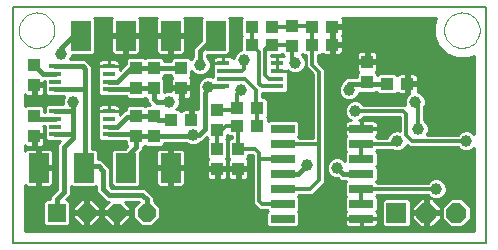
<source format=gtl>
G75*
G70*
%OFA0B0*%
%FSLAX24Y24*%
%IPPOS*%
%LPD*%
%AMOC8*
5,1,8,0,0,1.08239X$1,22.5*
%
%ADD10C,0.0080*%
%ADD11C,0.0000*%
%ADD12R,0.0433X0.0157*%
%ADD13R,0.0800X0.0260*%
%ADD14R,0.0394X0.0433*%
%ADD15R,0.0669X0.0984*%
%ADD16R,0.0433X0.0394*%
%ADD17R,0.0660X0.0660*%
%ADD18OC8,0.0660*%
%ADD19R,0.0594X0.0594*%
%ADD20OC8,0.0594*%
%ADD21C,0.0100*%
%ADD22C,0.0396*%
%ADD23C,0.0160*%
%ADD24C,0.0120*%
D10*
X004890Y003078D02*
X004890Y010952D01*
X020638Y010952D01*
X020638Y003078D01*
X004890Y003078D01*
D11*
X005086Y010165D02*
X005088Y010213D01*
X005094Y010261D01*
X005104Y010308D01*
X005117Y010354D01*
X005135Y010399D01*
X005155Y010443D01*
X005180Y010485D01*
X005208Y010524D01*
X005238Y010561D01*
X005272Y010595D01*
X005309Y010627D01*
X005347Y010656D01*
X005388Y010681D01*
X005431Y010703D01*
X005476Y010721D01*
X005522Y010735D01*
X005569Y010746D01*
X005617Y010753D01*
X005665Y010756D01*
X005713Y010755D01*
X005761Y010750D01*
X005809Y010741D01*
X005855Y010729D01*
X005900Y010712D01*
X005944Y010692D01*
X005986Y010669D01*
X006026Y010642D01*
X006064Y010612D01*
X006099Y010579D01*
X006131Y010543D01*
X006161Y010505D01*
X006187Y010464D01*
X006209Y010421D01*
X006229Y010377D01*
X006244Y010332D01*
X006256Y010285D01*
X006264Y010237D01*
X006268Y010189D01*
X006268Y010141D01*
X006264Y010093D01*
X006256Y010045D01*
X006244Y009998D01*
X006229Y009953D01*
X006209Y009909D01*
X006187Y009866D01*
X006161Y009825D01*
X006131Y009787D01*
X006099Y009751D01*
X006064Y009718D01*
X006026Y009688D01*
X005986Y009661D01*
X005944Y009638D01*
X005900Y009618D01*
X005855Y009601D01*
X005809Y009589D01*
X005761Y009580D01*
X005713Y009575D01*
X005665Y009574D01*
X005617Y009577D01*
X005569Y009584D01*
X005522Y009595D01*
X005476Y009609D01*
X005431Y009627D01*
X005388Y009649D01*
X005347Y009674D01*
X005309Y009703D01*
X005272Y009735D01*
X005238Y009769D01*
X005208Y009806D01*
X005180Y009845D01*
X005155Y009887D01*
X005135Y009931D01*
X005117Y009976D01*
X005104Y010022D01*
X005094Y010069D01*
X005088Y010117D01*
X005086Y010165D01*
X019260Y010165D02*
X019262Y010213D01*
X019268Y010261D01*
X019278Y010308D01*
X019291Y010354D01*
X019309Y010399D01*
X019329Y010443D01*
X019354Y010485D01*
X019382Y010524D01*
X019412Y010561D01*
X019446Y010595D01*
X019483Y010627D01*
X019521Y010656D01*
X019562Y010681D01*
X019605Y010703D01*
X019650Y010721D01*
X019696Y010735D01*
X019743Y010746D01*
X019791Y010753D01*
X019839Y010756D01*
X019887Y010755D01*
X019935Y010750D01*
X019983Y010741D01*
X020029Y010729D01*
X020074Y010712D01*
X020118Y010692D01*
X020160Y010669D01*
X020200Y010642D01*
X020238Y010612D01*
X020273Y010579D01*
X020305Y010543D01*
X020335Y010505D01*
X020361Y010464D01*
X020383Y010421D01*
X020403Y010377D01*
X020418Y010332D01*
X020430Y010285D01*
X020438Y010237D01*
X020442Y010189D01*
X020442Y010141D01*
X020438Y010093D01*
X020430Y010045D01*
X020418Y009998D01*
X020403Y009953D01*
X020383Y009909D01*
X020361Y009866D01*
X020335Y009825D01*
X020305Y009787D01*
X020273Y009751D01*
X020238Y009718D01*
X020200Y009688D01*
X020160Y009661D01*
X020118Y009638D01*
X020074Y009618D01*
X020029Y009601D01*
X019983Y009589D01*
X019935Y009580D01*
X019887Y009575D01*
X019839Y009574D01*
X019791Y009577D01*
X019743Y009584D01*
X019696Y009595D01*
X019650Y009609D01*
X019605Y009627D01*
X019562Y009649D01*
X019521Y009674D01*
X019483Y009703D01*
X019446Y009735D01*
X019412Y009769D01*
X019382Y009806D01*
X019354Y009845D01*
X019329Y009887D01*
X019309Y009931D01*
X019291Y009976D01*
X019278Y010022D01*
X019268Y010069D01*
X019262Y010117D01*
X019260Y010165D01*
D12*
X013676Y009062D03*
X013676Y008806D03*
X013676Y008550D03*
X013676Y008294D03*
X011904Y008294D03*
X011904Y008550D03*
X011904Y008806D03*
X011904Y009062D03*
X008076Y008962D03*
X008076Y008706D03*
X008076Y008450D03*
X008076Y008194D03*
X008076Y007462D03*
X008076Y007206D03*
X008076Y006950D03*
X008076Y006694D03*
X006304Y006694D03*
X006304Y006950D03*
X006304Y007206D03*
X006304Y007462D03*
X006304Y008194D03*
X006304Y008450D03*
X006304Y008706D03*
X006304Y008962D03*
D13*
X013885Y006878D03*
X013885Y006378D03*
X013885Y005878D03*
X013885Y005378D03*
X013885Y004878D03*
X013885Y004378D03*
X013885Y003878D03*
X016495Y003878D03*
X016495Y004378D03*
X016495Y004878D03*
X016495Y005378D03*
X016495Y005878D03*
X016495Y006378D03*
X016495Y006878D03*
D14*
X016690Y008444D03*
X016690Y009113D03*
X014190Y009644D03*
X014190Y010313D03*
X010490Y008913D03*
X009590Y008913D03*
X008990Y008913D03*
X008990Y008244D03*
X009590Y008244D03*
X010490Y008244D03*
X011690Y007513D03*
X011690Y006844D03*
X011690Y006213D03*
X012390Y006213D03*
X012390Y005544D03*
X011690Y005544D03*
X009590Y006644D03*
X008990Y006644D03*
X008990Y007313D03*
X009590Y007313D03*
X005590Y007313D03*
X005590Y006644D03*
X005590Y008344D03*
X005590Y009013D03*
D15*
X007142Y009978D03*
X008638Y009978D03*
X010142Y009978D03*
X011638Y009978D03*
X010138Y005578D03*
X008642Y005578D03*
X007238Y005578D03*
X005742Y005578D03*
D16*
X010155Y007178D03*
X010825Y007178D03*
X012355Y006978D03*
X013025Y006978D03*
X013025Y007578D03*
X012355Y007578D03*
X012855Y009678D03*
X013525Y009678D03*
X013525Y010278D03*
X012855Y010278D03*
X014855Y010278D03*
X015525Y010278D03*
X015525Y009678D03*
X014855Y009678D03*
X017355Y008378D03*
X018025Y008378D03*
D17*
X017670Y004078D03*
D18*
X018670Y004078D03*
X019670Y004078D03*
D19*
X006343Y004078D03*
D20*
X007343Y004078D03*
X008343Y004078D03*
X009343Y004078D03*
D21*
X009664Y003768D02*
X013335Y003768D01*
X013335Y003686D02*
X013423Y003598D01*
X014347Y003598D01*
X014435Y003686D01*
X014435Y004070D01*
X014377Y004128D01*
X014435Y004186D01*
X014435Y004570D01*
X014377Y004628D01*
X014417Y004668D01*
X014877Y004668D01*
X015177Y004968D01*
X015300Y005091D01*
X015300Y008865D01*
X015065Y009100D01*
X015065Y009331D01*
X015134Y009331D01*
X015190Y009387D01*
X015216Y009361D01*
X015250Y009342D01*
X015288Y009331D01*
X015476Y009331D01*
X015476Y009630D01*
X015573Y009630D01*
X015573Y009331D01*
X015761Y009331D01*
X015799Y009342D01*
X015833Y009361D01*
X015861Y009389D01*
X015881Y009424D01*
X015891Y009462D01*
X015891Y009630D01*
X015573Y009630D01*
X015573Y009727D01*
X015476Y009727D01*
X015476Y009931D01*
X015476Y010230D01*
X015573Y010230D01*
X015573Y009727D01*
X015891Y009727D01*
X015891Y009895D01*
X015881Y009933D01*
X015861Y009967D01*
X015850Y009978D01*
X015861Y009989D01*
X015881Y010024D01*
X015891Y010062D01*
X015891Y010230D01*
X015573Y010230D01*
X015573Y010327D01*
X015891Y010327D01*
X015891Y010495D01*
X015881Y010533D01*
X015864Y010562D01*
X018997Y010562D01*
X018910Y010352D01*
X018910Y009978D01*
X019053Y009632D01*
X019318Y009368D01*
X019664Y009224D01*
X020038Y009224D01*
X020248Y009312D01*
X020248Y006713D01*
X020187Y006773D01*
X020059Y006826D01*
X019921Y006826D01*
X019793Y006773D01*
X019708Y006688D01*
X018688Y006688D01*
X018738Y006809D01*
X018738Y006948D01*
X018685Y007076D01*
X018600Y007161D01*
X018600Y007617D01*
X018638Y007709D01*
X018638Y007848D01*
X018585Y007976D01*
X018487Y008073D01*
X018378Y008119D01*
X018381Y008124D01*
X018391Y008162D01*
X018391Y008330D01*
X018073Y008330D01*
X018073Y008054D01*
X017995Y007976D01*
X017942Y007848D01*
X017942Y007709D01*
X017951Y007688D01*
X016572Y007688D01*
X016487Y007773D01*
X016359Y007826D01*
X016221Y007826D01*
X016093Y007773D01*
X015995Y007676D01*
X015942Y007548D01*
X015942Y007409D01*
X015995Y007281D01*
X016093Y007183D01*
X016153Y007158D01*
X016075Y007158D01*
X016037Y007148D01*
X016003Y007128D01*
X015975Y007100D01*
X015955Y007066D01*
X015945Y007028D01*
X015945Y006893D01*
X016480Y006893D01*
X016480Y006863D01*
X015945Y006863D01*
X015945Y006729D01*
X015955Y006690D01*
X015975Y006656D01*
X016003Y006628D01*
X015945Y006570D01*
X015945Y006186D01*
X016003Y006128D01*
X015945Y006070D01*
X015945Y005816D01*
X015887Y005873D01*
X015759Y005926D01*
X015621Y005926D01*
X015493Y005873D01*
X015395Y005776D01*
X015342Y005648D01*
X015342Y005509D01*
X015395Y005381D01*
X015493Y005283D01*
X015621Y005230D01*
X015713Y005230D01*
X015795Y005148D01*
X015983Y005148D01*
X016003Y005128D01*
X015945Y005070D01*
X015945Y004686D01*
X016003Y004628D01*
X015945Y004570D01*
X015945Y004186D01*
X016003Y004128D01*
X015975Y004100D01*
X015955Y004066D01*
X015945Y004028D01*
X015945Y003893D01*
X016480Y003893D01*
X016480Y003863D01*
X016510Y003863D01*
X016510Y003598D01*
X016915Y003598D01*
X016953Y003609D01*
X016987Y003628D01*
X017015Y003656D01*
X017035Y003690D01*
X017045Y003729D01*
X017045Y003863D01*
X016510Y003863D01*
X016510Y003893D01*
X017045Y003893D01*
X017045Y004028D01*
X017035Y004066D01*
X017015Y004100D01*
X016987Y004128D01*
X017045Y004186D01*
X017045Y004570D01*
X016987Y004628D01*
X017027Y004668D01*
X018708Y004668D01*
X018793Y004583D01*
X018853Y004558D01*
X018718Y004558D01*
X018718Y004127D01*
X018621Y004127D01*
X018621Y004558D01*
X018471Y004558D01*
X018190Y004277D01*
X018190Y004127D01*
X018621Y004127D01*
X018621Y004030D01*
X018190Y004030D01*
X018190Y003880D01*
X018471Y003598D01*
X018621Y003598D01*
X018621Y004030D01*
X018718Y004030D01*
X018718Y004127D01*
X019150Y004127D01*
X019150Y004277D01*
X018879Y004547D01*
X018921Y004530D01*
X019059Y004530D01*
X019187Y004583D01*
X019285Y004681D01*
X019338Y004809D01*
X019338Y004948D01*
X019285Y005076D01*
X019187Y005173D01*
X019059Y005226D01*
X018921Y005226D01*
X018793Y005173D01*
X018708Y005088D01*
X017027Y005088D01*
X016987Y005128D01*
X017045Y005186D01*
X017045Y005570D01*
X016987Y005628D01*
X017045Y005686D01*
X017045Y006070D01*
X016987Y006128D01*
X017027Y006168D01*
X017529Y006168D01*
X017621Y006130D01*
X017759Y006130D01*
X017887Y006183D01*
X017985Y006281D01*
X018016Y006355D01*
X018103Y006268D01*
X019708Y006268D01*
X019793Y006183D01*
X019921Y006130D01*
X020059Y006130D01*
X020187Y006183D01*
X020248Y006244D01*
X020248Y003468D01*
X005280Y003468D01*
X005280Y005007D01*
X005287Y004994D01*
X005315Y004966D01*
X005349Y004946D01*
X005388Y004936D01*
X005692Y004936D01*
X005692Y005528D01*
X005792Y005528D01*
X005792Y004936D01*
X006096Y004936D01*
X006135Y004946D01*
X006169Y004966D01*
X006197Y004994D01*
X006216Y005028D01*
X006227Y005066D01*
X006227Y005528D01*
X005792Y005528D01*
X005792Y005628D01*
X006227Y005628D01*
X006227Y006090D01*
X006216Y006128D01*
X006197Y006163D01*
X006169Y006191D01*
X006135Y006210D01*
X006096Y006220D01*
X005792Y006220D01*
X005792Y005628D01*
X005692Y005628D01*
X005692Y006220D01*
X005388Y006220D01*
X005349Y006210D01*
X005315Y006191D01*
X005287Y006163D01*
X005280Y006150D01*
X005280Y006328D01*
X005301Y006307D01*
X005335Y006287D01*
X005373Y006277D01*
X005542Y006277D01*
X005542Y006595D01*
X005638Y006595D01*
X005638Y006277D01*
X005807Y006277D01*
X005845Y006287D01*
X005879Y006307D01*
X005907Y006335D01*
X005927Y006369D01*
X005937Y006407D01*
X005937Y006595D01*
X005638Y006595D01*
X005638Y006692D01*
X005937Y006692D01*
X005937Y006880D01*
X005927Y006918D01*
X005907Y006952D01*
X005883Y006976D01*
X005938Y006976D01*
X005938Y006554D01*
X006026Y006466D01*
X006208Y006466D01*
X006209Y006464D01*
X006451Y006464D01*
X006360Y006374D01*
X006360Y004874D01*
X006113Y004626D01*
X006113Y004525D01*
X005984Y004525D01*
X005896Y004437D01*
X005896Y003719D01*
X005984Y003631D01*
X006702Y003631D01*
X006790Y003719D01*
X006790Y004437D01*
X006702Y004525D01*
X006662Y004525D01*
X006685Y004548D01*
X006820Y004683D01*
X006820Y004957D01*
X006841Y004936D01*
X007635Y004936D01*
X007660Y004961D01*
X007660Y004783D01*
X007860Y004583D01*
X007995Y004448D01*
X008081Y004448D01*
X007896Y004263D01*
X007896Y004127D01*
X008294Y004127D01*
X008294Y004030D01*
X007896Y004030D01*
X007896Y003893D01*
X008158Y003631D01*
X008294Y003631D01*
X008294Y004030D01*
X008391Y004030D01*
X008391Y003631D01*
X008528Y003631D01*
X008790Y003893D01*
X008790Y004030D01*
X008391Y004030D01*
X008391Y004127D01*
X008790Y004127D01*
X008790Y004263D01*
X008605Y004448D01*
X009081Y004448D01*
X008896Y004263D01*
X008896Y003893D01*
X009158Y003631D01*
X009528Y003631D01*
X009790Y003893D01*
X009790Y004263D01*
X009573Y004480D01*
X009573Y004621D01*
X009285Y004908D01*
X008185Y004908D01*
X008120Y004974D01*
X008120Y005574D01*
X007985Y005708D01*
X007833Y005860D01*
X007723Y005860D01*
X007723Y006133D01*
X007635Y006220D01*
X007520Y006220D01*
X007520Y008974D01*
X007385Y009108D01*
X007301Y009192D01*
X006790Y009192D01*
X006838Y009309D01*
X006838Y009336D01*
X007539Y009336D01*
X007627Y009424D01*
X007627Y010533D01*
X007597Y010562D01*
X008183Y010562D01*
X008164Y010528D01*
X008153Y010490D01*
X008153Y010028D01*
X008588Y010028D01*
X008588Y009928D01*
X008688Y009928D01*
X008688Y009336D01*
X008992Y009336D01*
X009031Y009346D01*
X009065Y009366D01*
X009093Y009394D01*
X009112Y009428D01*
X009123Y009466D01*
X009123Y009928D01*
X008688Y009928D01*
X008688Y010028D01*
X009123Y010028D01*
X009123Y010490D01*
X009112Y010528D01*
X009093Y010562D01*
X009687Y010562D01*
X009668Y010528D01*
X009657Y010490D01*
X009657Y010028D01*
X010092Y010028D01*
X010092Y009928D01*
X010192Y009928D01*
X010192Y009336D01*
X010496Y009336D01*
X010535Y009346D01*
X010569Y009366D01*
X010597Y009394D01*
X010616Y009428D01*
X010627Y009466D01*
X010627Y009928D01*
X010192Y009928D01*
X010192Y010028D01*
X010627Y010028D01*
X010627Y010490D01*
X010616Y010528D01*
X010597Y010562D01*
X011183Y010562D01*
X011153Y010533D01*
X011153Y009819D01*
X010901Y009566D01*
X010901Y009280D01*
X010835Y009215D01*
X010829Y009199D01*
X010749Y009280D01*
X010231Y009280D01*
X010143Y009192D01*
X010143Y009143D01*
X009937Y009143D01*
X009937Y009192D01*
X009849Y009280D01*
X009331Y009280D01*
X009290Y009239D01*
X009249Y009280D01*
X008731Y009280D01*
X008643Y009192D01*
X008643Y009057D01*
X008440Y008853D01*
X008442Y008864D01*
X008442Y008962D01*
X008076Y008962D01*
X008076Y008962D01*
X008442Y008962D01*
X008442Y009061D01*
X008432Y009099D01*
X008412Y009133D01*
X008384Y009161D01*
X008350Y009181D01*
X008312Y009191D01*
X008076Y009191D01*
X008076Y008962D01*
X007709Y008962D01*
X007709Y008864D01*
X007713Y008851D01*
X007709Y008847D01*
X007709Y008054D01*
X007797Y007966D01*
X007979Y007966D01*
X007981Y007964D01*
X008644Y007964D01*
X008731Y007877D01*
X009249Y007877D01*
X009290Y007918D01*
X009331Y007877D01*
X009360Y007877D01*
X009360Y007783D01*
X009460Y007683D01*
X009464Y007680D01*
X009331Y007680D01*
X009290Y007639D01*
X009249Y007680D01*
X008731Y007680D01*
X008643Y007592D01*
X008643Y007508D01*
X008595Y007508D01*
X008460Y007374D01*
X008440Y007353D01*
X008442Y007364D01*
X008442Y007462D01*
X008076Y007462D01*
X008076Y007462D01*
X008442Y007462D01*
X008442Y007561D01*
X008432Y007599D01*
X008412Y007633D01*
X008384Y007661D01*
X008350Y007681D01*
X008312Y007691D01*
X008076Y007691D01*
X008076Y007462D01*
X007709Y007462D01*
X007709Y007364D01*
X007713Y007351D01*
X007709Y007347D01*
X007709Y006554D01*
X007797Y006466D01*
X007979Y006466D01*
X007981Y006464D01*
X008643Y006464D01*
X008643Y006365D01*
X008697Y006311D01*
X008607Y006220D01*
X008245Y006220D01*
X008157Y006133D01*
X008157Y005024D01*
X008245Y004936D01*
X009039Y004936D01*
X009127Y005024D01*
X009127Y006090D01*
X009220Y006183D01*
X009220Y006277D01*
X009249Y006277D01*
X009290Y006318D01*
X009331Y006277D01*
X009849Y006277D01*
X009937Y006365D01*
X009937Y006414D01*
X010662Y006414D01*
X010693Y006383D01*
X010821Y006330D01*
X010959Y006330D01*
X011087Y006383D01*
X011152Y006448D01*
X011185Y006448D01*
X011320Y006583D01*
X011343Y006606D01*
X011343Y006565D01*
X011380Y006528D01*
X011343Y006492D01*
X011343Y005934D01*
X011399Y005878D01*
X011373Y005852D01*
X011353Y005818D01*
X011343Y005780D01*
X011343Y005592D01*
X011642Y005592D01*
X011642Y005495D01*
X011738Y005495D01*
X011738Y005177D01*
X011907Y005177D01*
X011945Y005187D01*
X011979Y005207D01*
X012007Y005235D01*
X012027Y005269D01*
X012037Y005307D01*
X012037Y005495D01*
X011738Y005495D01*
X011738Y005592D01*
X012037Y005592D01*
X012037Y005780D01*
X012027Y005818D01*
X012007Y005852D01*
X011981Y005878D01*
X012037Y005934D01*
X012037Y006492D01*
X012000Y006528D01*
X012037Y006565D01*
X012037Y006671D01*
X012077Y006631D01*
X012180Y006631D01*
X012180Y006580D01*
X012131Y006580D01*
X012043Y006492D01*
X012043Y005934D01*
X012099Y005878D01*
X012073Y005852D01*
X012053Y005818D01*
X012043Y005780D01*
X012043Y005592D01*
X012342Y005592D01*
X012342Y005495D01*
X012438Y005495D01*
X012438Y005177D01*
X012607Y005177D01*
X012645Y005187D01*
X012679Y005207D01*
X012707Y005235D01*
X012727Y005269D01*
X012737Y005307D01*
X012737Y005495D01*
X012438Y005495D01*
X012438Y005592D01*
X012737Y005592D01*
X012737Y005780D01*
X012727Y005818D01*
X012707Y005852D01*
X012681Y005878D01*
X012737Y005934D01*
X012737Y006003D01*
X012868Y006003D01*
X012880Y005991D01*
X012880Y004391D01*
X013003Y004268D01*
X013103Y004168D01*
X013353Y004168D01*
X013393Y004128D01*
X013335Y004070D01*
X013335Y003686D01*
X013352Y003669D02*
X009566Y003669D01*
X009763Y003866D02*
X013335Y003866D01*
X013335Y003965D02*
X009790Y003965D01*
X009790Y004063D02*
X013335Y004063D01*
X013359Y004162D02*
X009790Y004162D01*
X009790Y004260D02*
X013011Y004260D01*
X012913Y004359D02*
X009694Y004359D01*
X009596Y004457D02*
X012880Y004457D01*
X012880Y004556D02*
X009573Y004556D01*
X009539Y004654D02*
X012880Y004654D01*
X012880Y004753D02*
X009441Y004753D01*
X009342Y004851D02*
X012880Y004851D01*
X012880Y004950D02*
X010537Y004950D01*
X010531Y004946D02*
X010565Y004966D01*
X010593Y004994D01*
X010612Y005028D01*
X010623Y005066D01*
X010623Y005528D01*
X010188Y005528D01*
X010188Y004936D01*
X010492Y004936D01*
X010531Y004946D01*
X010618Y005048D02*
X012880Y005048D01*
X012880Y005147D02*
X010623Y005147D01*
X010623Y005245D02*
X011367Y005245D01*
X011373Y005235D02*
X011401Y005207D01*
X011435Y005187D01*
X011473Y005177D01*
X011642Y005177D01*
X011642Y005495D01*
X011343Y005495D01*
X011343Y005307D01*
X011353Y005269D01*
X011373Y005235D01*
X011343Y005344D02*
X010623Y005344D01*
X010623Y005442D02*
X011343Y005442D01*
X011343Y005639D02*
X010623Y005639D01*
X010623Y005628D02*
X010623Y006090D01*
X010612Y006128D01*
X010593Y006163D01*
X010565Y006191D01*
X010531Y006210D01*
X010492Y006220D01*
X010188Y006220D01*
X010188Y005628D01*
X010623Y005628D01*
X010623Y005738D02*
X011343Y005738D01*
X011364Y005836D02*
X010623Y005836D01*
X010623Y005935D02*
X011343Y005935D01*
X011343Y006033D02*
X010623Y006033D01*
X010610Y006132D02*
X011343Y006132D01*
X011343Y006230D02*
X009220Y006230D01*
X009169Y006132D02*
X009666Y006132D01*
X009664Y006128D02*
X009653Y006090D01*
X009653Y005628D01*
X010088Y005628D01*
X010088Y005528D01*
X010188Y005528D01*
X010188Y005628D01*
X010088Y005628D01*
X010088Y006220D01*
X009784Y006220D01*
X009746Y006210D01*
X009711Y006191D01*
X009683Y006163D01*
X009664Y006128D01*
X009653Y006033D02*
X009127Y006033D01*
X009127Y005935D02*
X009653Y005935D01*
X009653Y005836D02*
X009127Y005836D01*
X009127Y005738D02*
X009653Y005738D01*
X009653Y005639D02*
X009127Y005639D01*
X009127Y005541D02*
X010088Y005541D01*
X010088Y005528D02*
X009653Y005528D01*
X009653Y005066D01*
X009664Y005028D01*
X009683Y004994D01*
X009711Y004966D01*
X009746Y004946D01*
X009784Y004936D01*
X010088Y004936D01*
X010088Y005528D01*
X010088Y005442D02*
X010188Y005442D01*
X010188Y005344D02*
X010088Y005344D01*
X010088Y005245D02*
X010188Y005245D01*
X010188Y005147D02*
X010088Y005147D01*
X010088Y005048D02*
X010188Y005048D01*
X010188Y004950D02*
X010088Y004950D01*
X009740Y004950D02*
X009052Y004950D01*
X009127Y005048D02*
X009658Y005048D01*
X009653Y005147D02*
X009127Y005147D01*
X009127Y005245D02*
X009653Y005245D01*
X009653Y005344D02*
X009127Y005344D01*
X009127Y005442D02*
X009653Y005442D01*
X010088Y005639D02*
X010188Y005639D01*
X010188Y005541D02*
X011642Y005541D01*
X011738Y005541D02*
X012342Y005541D01*
X012342Y005495D02*
X012043Y005495D01*
X012043Y005307D01*
X012053Y005269D01*
X012073Y005235D01*
X012101Y005207D01*
X012135Y005187D01*
X012173Y005177D01*
X012342Y005177D01*
X012342Y005495D01*
X012342Y005442D02*
X012438Y005442D01*
X012438Y005344D02*
X012342Y005344D01*
X012342Y005245D02*
X012438Y005245D01*
X012067Y005245D02*
X012013Y005245D01*
X012037Y005344D02*
X012043Y005344D01*
X012037Y005442D02*
X012043Y005442D01*
X012037Y005639D02*
X012043Y005639D01*
X012037Y005738D02*
X012043Y005738D01*
X012064Y005836D02*
X012016Y005836D01*
X012037Y005935D02*
X012043Y005935D01*
X012037Y006033D02*
X012043Y006033D01*
X012037Y006132D02*
X012043Y006132D01*
X012037Y006230D02*
X012043Y006230D01*
X012037Y006329D02*
X012043Y006329D01*
X012037Y006427D02*
X012043Y006427D01*
X012077Y006526D02*
X012003Y006526D01*
X012037Y006624D02*
X012180Y006624D01*
X011377Y006526D02*
X011263Y006526D01*
X011343Y006427D02*
X011131Y006427D01*
X011343Y006329D02*
X009901Y006329D01*
X010088Y006132D02*
X010188Y006132D01*
X010188Y006033D02*
X010088Y006033D01*
X010088Y005935D02*
X010188Y005935D01*
X010188Y005836D02*
X010088Y005836D01*
X010088Y005738D02*
X010188Y005738D01*
X011642Y005442D02*
X011738Y005442D01*
X011738Y005344D02*
X011642Y005344D01*
X011642Y005245D02*
X011738Y005245D01*
X012438Y005541D02*
X012880Y005541D01*
X012880Y005639D02*
X012737Y005639D01*
X012737Y005738D02*
X012880Y005738D01*
X012880Y005836D02*
X012716Y005836D01*
X012737Y005935D02*
X012880Y005935D01*
X012880Y005442D02*
X012737Y005442D01*
X012737Y005344D02*
X012880Y005344D01*
X012880Y005245D02*
X012713Y005245D01*
X014403Y004654D02*
X015977Y004654D01*
X015945Y004556D02*
X014435Y004556D01*
X014435Y004457D02*
X015945Y004457D01*
X015945Y004359D02*
X014435Y004359D01*
X014435Y004260D02*
X015945Y004260D01*
X015969Y004162D02*
X014411Y004162D01*
X014435Y004063D02*
X015954Y004063D01*
X015945Y003965D02*
X014435Y003965D01*
X014435Y003866D02*
X016480Y003866D01*
X016480Y003863D02*
X015945Y003863D01*
X015945Y003729D01*
X015955Y003690D01*
X015975Y003656D01*
X016003Y003628D01*
X016037Y003609D01*
X016075Y003598D01*
X016480Y003598D01*
X016480Y003863D01*
X016510Y003866D02*
X017190Y003866D01*
X017190Y003768D02*
X017045Y003768D01*
X017023Y003669D02*
X017206Y003669D01*
X017190Y003686D02*
X017277Y003598D01*
X018062Y003598D01*
X018150Y003686D01*
X018150Y004470D01*
X018062Y004558D01*
X017277Y004558D01*
X017190Y004470D01*
X017190Y003686D01*
X017190Y003965D02*
X017045Y003965D01*
X017036Y004063D02*
X017190Y004063D01*
X017190Y004162D02*
X017021Y004162D01*
X017045Y004260D02*
X017190Y004260D01*
X017190Y004359D02*
X017045Y004359D01*
X017045Y004457D02*
X017190Y004457D01*
X017275Y004556D02*
X017045Y004556D01*
X017013Y004654D02*
X018722Y004654D01*
X018718Y004556D02*
X018621Y004556D01*
X018621Y004457D02*
X018718Y004457D01*
X018718Y004359D02*
X018621Y004359D01*
X018621Y004260D02*
X018718Y004260D01*
X018718Y004162D02*
X018621Y004162D01*
X018621Y004063D02*
X018150Y004063D01*
X018150Y003965D02*
X018190Y003965D01*
X018203Y003866D02*
X018150Y003866D01*
X018150Y003768D02*
X018301Y003768D01*
X018400Y003669D02*
X018133Y003669D01*
X018621Y003669D02*
X018718Y003669D01*
X018718Y003598D02*
X018868Y003598D01*
X019150Y003880D01*
X019150Y004030D01*
X018718Y004030D01*
X018718Y003598D01*
X018718Y003768D02*
X018621Y003768D01*
X018621Y003866D02*
X018718Y003866D01*
X018718Y003965D02*
X018621Y003965D01*
X018718Y004063D02*
X019190Y004063D01*
X019190Y003965D02*
X019150Y003965D01*
X019190Y003880D02*
X019471Y003598D01*
X019868Y003598D01*
X020150Y003880D01*
X020150Y004277D01*
X019868Y004558D01*
X019471Y004558D01*
X019190Y004277D01*
X019190Y003880D01*
X019203Y003866D02*
X019136Y003866D01*
X019038Y003768D02*
X019301Y003768D01*
X019400Y003669D02*
X018939Y003669D01*
X019150Y004162D02*
X019190Y004162D01*
X019190Y004260D02*
X019150Y004260D01*
X019068Y004359D02*
X019271Y004359D01*
X019370Y004457D02*
X018969Y004457D01*
X019121Y004556D02*
X019468Y004556D01*
X019258Y004654D02*
X020248Y004654D01*
X020248Y004556D02*
X019871Y004556D01*
X019969Y004457D02*
X020248Y004457D01*
X020248Y004359D02*
X020068Y004359D01*
X020150Y004260D02*
X020248Y004260D01*
X020248Y004162D02*
X020150Y004162D01*
X020150Y004063D02*
X020248Y004063D01*
X020248Y003965D02*
X020150Y003965D01*
X020136Y003866D02*
X020248Y003866D01*
X020248Y003768D02*
X020038Y003768D01*
X019939Y003669D02*
X020248Y003669D01*
X020248Y003571D02*
X005280Y003571D01*
X005280Y003669D02*
X005946Y003669D01*
X005896Y003768D02*
X005280Y003768D01*
X005280Y003866D02*
X005896Y003866D01*
X005896Y003965D02*
X005280Y003965D01*
X005280Y004063D02*
X005896Y004063D01*
X005896Y004162D02*
X005280Y004162D01*
X005280Y004260D02*
X005896Y004260D01*
X005896Y004359D02*
X005280Y004359D01*
X005280Y004457D02*
X005916Y004457D01*
X006113Y004556D02*
X005280Y004556D01*
X005280Y004654D02*
X006141Y004654D01*
X006239Y004753D02*
X005280Y004753D01*
X005280Y004851D02*
X006338Y004851D01*
X006360Y004950D02*
X006140Y004950D01*
X006222Y005048D02*
X006360Y005048D01*
X006360Y005147D02*
X006227Y005147D01*
X006227Y005245D02*
X006360Y005245D01*
X006360Y005344D02*
X006227Y005344D01*
X006227Y005442D02*
X006360Y005442D01*
X006360Y005541D02*
X005792Y005541D01*
X005792Y005639D02*
X005692Y005639D01*
X005692Y005738D02*
X005792Y005738D01*
X005792Y005836D02*
X005692Y005836D01*
X005692Y005935D02*
X005792Y005935D01*
X005792Y006033D02*
X005692Y006033D01*
X005692Y006132D02*
X005792Y006132D01*
X005901Y006329D02*
X006360Y006329D01*
X006360Y006230D02*
X005280Y006230D01*
X005542Y006329D02*
X005638Y006329D01*
X005638Y006427D02*
X005542Y006427D01*
X005542Y006526D02*
X005638Y006526D01*
X005638Y006624D02*
X005938Y006624D01*
X005937Y006526D02*
X005965Y006526D01*
X005937Y006427D02*
X006414Y006427D01*
X005938Y006723D02*
X005937Y006723D01*
X005937Y006821D02*
X005938Y006821D01*
X005926Y006920D02*
X005938Y006920D01*
X005937Y007436D02*
X005937Y007592D01*
X005849Y007680D01*
X005331Y007680D01*
X005280Y007629D01*
X005280Y008028D01*
X005301Y008007D01*
X005335Y007987D01*
X005373Y007977D01*
X005542Y007977D01*
X005542Y008295D01*
X005638Y008295D01*
X005638Y007977D01*
X005807Y007977D01*
X005845Y007987D01*
X005879Y008007D01*
X005907Y008035D01*
X005927Y008069D01*
X005937Y008107D01*
X005937Y008295D01*
X005638Y008295D01*
X005638Y008392D01*
X005937Y008392D01*
X005937Y008476D01*
X005938Y008476D01*
X005938Y008054D01*
X006026Y007966D01*
X006208Y007966D01*
X006209Y007964D01*
X006590Y007964D01*
X006542Y007848D01*
X006542Y007709D01*
X006549Y007692D01*
X006209Y007692D01*
X006208Y007691D01*
X006026Y007691D01*
X005938Y007603D01*
X005938Y007436D01*
X005937Y007436D01*
X005937Y007511D02*
X005938Y007511D01*
X005944Y007609D02*
X005919Y007609D01*
X006542Y007708D02*
X005280Y007708D01*
X005280Y007806D02*
X006542Y007806D01*
X006566Y007905D02*
X005280Y007905D01*
X005280Y008003D02*
X005308Y008003D01*
X005542Y008003D02*
X005638Y008003D01*
X005638Y008102D02*
X005542Y008102D01*
X005542Y008200D02*
X005638Y008200D01*
X005638Y008299D02*
X005938Y008299D01*
X005937Y008397D02*
X005938Y008397D01*
X005937Y008200D02*
X005938Y008200D01*
X005935Y008102D02*
X005938Y008102D01*
X005988Y008003D02*
X005872Y008003D01*
X007520Y008003D02*
X007760Y008003D01*
X007709Y008102D02*
X007520Y008102D01*
X007520Y008200D02*
X007709Y008200D01*
X007709Y008299D02*
X007520Y008299D01*
X007520Y008397D02*
X007709Y008397D01*
X007709Y008496D02*
X007520Y008496D01*
X007520Y008594D02*
X007709Y008594D01*
X007709Y008693D02*
X007520Y008693D01*
X007520Y008791D02*
X007709Y008791D01*
X007709Y008890D02*
X007520Y008890D01*
X007505Y008988D02*
X007709Y008988D01*
X007709Y008962D02*
X008076Y008962D01*
X008076Y008962D01*
X008076Y008962D01*
X008076Y009191D01*
X007840Y009191D01*
X007801Y009181D01*
X007767Y009161D01*
X007739Y009133D01*
X007720Y009099D01*
X007709Y009061D01*
X007709Y008962D01*
X007716Y009087D02*
X007407Y009087D01*
X007308Y009185D02*
X007819Y009185D01*
X008076Y009185D02*
X008076Y009185D01*
X008076Y009087D02*
X008076Y009087D01*
X008076Y008988D02*
X008076Y008988D01*
X008442Y008988D02*
X008575Y008988D01*
X008643Y009087D02*
X008435Y009087D01*
X008333Y009185D02*
X008643Y009185D01*
X008588Y009336D02*
X008284Y009336D01*
X008246Y009346D01*
X008211Y009366D01*
X008183Y009394D01*
X008164Y009428D01*
X008153Y009466D01*
X008153Y009928D01*
X008588Y009928D01*
X008588Y009336D01*
X008588Y009382D02*
X008688Y009382D01*
X008688Y009481D02*
X008588Y009481D01*
X008588Y009579D02*
X008688Y009579D01*
X008688Y009678D02*
X008588Y009678D01*
X008588Y009776D02*
X008688Y009776D01*
X008688Y009875D02*
X008588Y009875D01*
X008588Y009973D02*
X007627Y009973D01*
X007627Y009875D02*
X008153Y009875D01*
X008153Y009776D02*
X007627Y009776D01*
X007627Y009678D02*
X008153Y009678D01*
X008153Y009579D02*
X007627Y009579D01*
X007627Y009481D02*
X008153Y009481D01*
X008195Y009382D02*
X007585Y009382D01*
X006828Y009284D02*
X010901Y009284D01*
X010901Y009382D02*
X010585Y009382D01*
X010627Y009481D02*
X010901Y009481D01*
X010914Y009579D02*
X010627Y009579D01*
X010627Y009678D02*
X011012Y009678D01*
X011111Y009776D02*
X010627Y009776D01*
X010627Y009875D02*
X011153Y009875D01*
X011153Y009973D02*
X010192Y009973D01*
X010192Y009875D02*
X010092Y009875D01*
X010092Y009928D02*
X010092Y009336D01*
X009788Y009336D01*
X009749Y009346D01*
X009715Y009366D01*
X009687Y009394D01*
X009668Y009428D01*
X009657Y009466D01*
X009657Y009928D01*
X010092Y009928D01*
X010092Y009973D02*
X008688Y009973D01*
X009123Y009875D02*
X009657Y009875D01*
X009657Y009776D02*
X009123Y009776D01*
X009123Y009678D02*
X009657Y009678D01*
X009657Y009579D02*
X009123Y009579D01*
X009123Y009481D02*
X009657Y009481D01*
X009699Y009382D02*
X009081Y009382D01*
X008476Y008890D02*
X008442Y008890D01*
X008703Y007905D02*
X007520Y007905D01*
X007520Y007806D02*
X009360Y007806D01*
X009303Y007905D02*
X009277Y007905D01*
X009435Y007708D02*
X007520Y007708D01*
X007520Y007609D02*
X007726Y007609D01*
X007720Y007599D02*
X007709Y007561D01*
X007709Y007462D01*
X008076Y007462D01*
X008076Y007462D01*
X008076Y007462D01*
X008076Y007691D01*
X007840Y007691D01*
X007801Y007681D01*
X007767Y007661D01*
X007739Y007633D01*
X007720Y007599D01*
X007709Y007511D02*
X007520Y007511D01*
X007520Y007412D02*
X007709Y007412D01*
X007709Y007314D02*
X007520Y007314D01*
X007520Y007215D02*
X007709Y007215D01*
X007709Y007117D02*
X007520Y007117D01*
X007520Y007018D02*
X007709Y007018D01*
X007709Y006920D02*
X007520Y006920D01*
X007520Y006821D02*
X007709Y006821D01*
X007709Y006723D02*
X007520Y006723D01*
X007520Y006624D02*
X007709Y006624D01*
X007737Y006526D02*
X007520Y006526D01*
X007520Y006427D02*
X008643Y006427D01*
X008679Y006329D02*
X007520Y006329D01*
X007520Y006230D02*
X008617Y006230D01*
X008157Y006132D02*
X007723Y006132D01*
X007723Y006033D02*
X008157Y006033D01*
X008157Y005935D02*
X007723Y005935D01*
X007857Y005836D02*
X008157Y005836D01*
X008157Y005738D02*
X007956Y005738D01*
X008054Y005639D02*
X008157Y005639D01*
X008157Y005541D02*
X008120Y005541D01*
X008120Y005442D02*
X008157Y005442D01*
X008157Y005344D02*
X008120Y005344D01*
X008120Y005245D02*
X008157Y005245D01*
X008157Y005147D02*
X008120Y005147D01*
X008120Y005048D02*
X008157Y005048D01*
X008144Y004950D02*
X008232Y004950D01*
X007789Y004654D02*
X006791Y004654D01*
X006820Y004753D02*
X007690Y004753D01*
X007660Y004851D02*
X006820Y004851D01*
X006820Y004950D02*
X006828Y004950D01*
X006693Y004556D02*
X007887Y004556D01*
X007986Y004457D02*
X007596Y004457D01*
X007528Y004525D02*
X007391Y004525D01*
X007391Y004127D01*
X007294Y004127D01*
X007294Y004030D01*
X006896Y004030D01*
X006896Y003893D01*
X007158Y003631D01*
X007294Y003631D01*
X007294Y004030D01*
X007391Y004030D01*
X007391Y003631D01*
X007528Y003631D01*
X007790Y003893D01*
X007790Y004030D01*
X007391Y004030D01*
X007391Y004127D01*
X007790Y004127D01*
X007790Y004263D01*
X007528Y004525D01*
X007391Y004457D02*
X007294Y004457D01*
X007294Y004525D02*
X007158Y004525D01*
X006896Y004263D01*
X006896Y004127D01*
X007294Y004127D01*
X007294Y004525D01*
X007294Y004359D02*
X007391Y004359D01*
X007391Y004260D02*
X007294Y004260D01*
X007294Y004162D02*
X007391Y004162D01*
X007391Y004063D02*
X008294Y004063D01*
X008391Y004063D02*
X008896Y004063D01*
X008896Y003965D02*
X008790Y003965D01*
X008763Y003866D02*
X008923Y003866D01*
X009021Y003768D02*
X008664Y003768D01*
X008566Y003669D02*
X009120Y003669D01*
X008391Y003669D02*
X008294Y003669D01*
X008294Y003768D02*
X008391Y003768D01*
X008391Y003866D02*
X008294Y003866D01*
X008294Y003965D02*
X008391Y003965D01*
X008021Y003768D02*
X007664Y003768D01*
X007566Y003669D02*
X008120Y003669D01*
X007923Y003866D02*
X007763Y003866D01*
X007790Y003965D02*
X007896Y003965D01*
X007896Y004162D02*
X007790Y004162D01*
X007790Y004260D02*
X007896Y004260D01*
X007991Y004359D02*
X007694Y004359D01*
X007294Y004063D02*
X006790Y004063D01*
X006790Y003965D02*
X006896Y003965D01*
X006923Y003866D02*
X006790Y003866D01*
X006790Y003768D02*
X007021Y003768D01*
X007120Y003669D02*
X006740Y003669D01*
X007294Y003669D02*
X007391Y003669D01*
X007391Y003768D02*
X007294Y003768D01*
X007294Y003866D02*
X007391Y003866D01*
X007391Y003965D02*
X007294Y003965D01*
X006896Y004162D02*
X006790Y004162D01*
X006790Y004260D02*
X006896Y004260D01*
X006991Y004359D02*
X006790Y004359D01*
X006770Y004457D02*
X007090Y004457D01*
X007648Y004950D02*
X007660Y004950D01*
X008694Y004359D02*
X008991Y004359D01*
X008896Y004260D02*
X008790Y004260D01*
X008790Y004162D02*
X008896Y004162D01*
X006360Y005639D02*
X006227Y005639D01*
X006227Y005738D02*
X006360Y005738D01*
X006360Y005836D02*
X006227Y005836D01*
X006227Y005935D02*
X006360Y005935D01*
X006360Y006033D02*
X006227Y006033D01*
X006214Y006132D02*
X006360Y006132D01*
X005792Y005442D02*
X005692Y005442D01*
X005692Y005344D02*
X005792Y005344D01*
X005792Y005245D02*
X005692Y005245D01*
X005692Y005147D02*
X005792Y005147D01*
X005792Y005048D02*
X005692Y005048D01*
X005692Y004950D02*
X005792Y004950D01*
X005344Y004950D02*
X005280Y004950D01*
X005280Y003472D02*
X020248Y003472D01*
X018468Y004556D02*
X018064Y004556D01*
X018150Y004457D02*
X018370Y004457D01*
X018271Y004359D02*
X018150Y004359D01*
X018150Y004260D02*
X018190Y004260D01*
X018190Y004162D02*
X018150Y004162D01*
X019315Y004753D02*
X020248Y004753D01*
X020248Y004851D02*
X019338Y004851D01*
X019337Y004950D02*
X020248Y004950D01*
X020248Y005048D02*
X019296Y005048D01*
X019214Y005147D02*
X020248Y005147D01*
X020248Y005245D02*
X017045Y005245D01*
X017045Y005344D02*
X020248Y005344D01*
X020248Y005442D02*
X017045Y005442D01*
X017045Y005541D02*
X020248Y005541D01*
X020248Y005639D02*
X016998Y005639D01*
X017045Y005738D02*
X020248Y005738D01*
X020248Y005836D02*
X017045Y005836D01*
X017045Y005935D02*
X020248Y005935D01*
X020248Y006033D02*
X017045Y006033D01*
X016991Y006132D02*
X017617Y006132D01*
X017763Y006132D02*
X019917Y006132D01*
X020063Y006132D02*
X020248Y006132D01*
X020234Y006230D02*
X020248Y006230D01*
X019746Y006230D02*
X017934Y006230D01*
X018005Y006329D02*
X018043Y006329D01*
X017780Y006818D02*
X017759Y006826D01*
X017621Y006826D01*
X017493Y006773D01*
X017395Y006676D01*
X017359Y006588D01*
X017027Y006588D01*
X016987Y006628D01*
X017015Y006656D01*
X017035Y006690D01*
X017045Y006729D01*
X017045Y006863D01*
X016510Y006863D01*
X016510Y006893D01*
X017045Y006893D01*
X017045Y007028D01*
X017035Y007066D01*
X017015Y007100D01*
X016987Y007128D01*
X016953Y007148D01*
X016915Y007158D01*
X016510Y007158D01*
X016510Y006893D01*
X016480Y006893D01*
X016480Y007158D01*
X016427Y007158D01*
X016487Y007183D01*
X016572Y007268D01*
X017780Y007268D01*
X017780Y006818D01*
X017780Y006821D02*
X017772Y006821D01*
X017780Y006920D02*
X017045Y006920D01*
X017045Y007018D02*
X017780Y007018D01*
X017780Y007117D02*
X016999Y007117D01*
X017045Y006821D02*
X017608Y006821D01*
X017442Y006723D02*
X017043Y006723D01*
X016991Y006624D02*
X017374Y006624D01*
X016510Y006920D02*
X016480Y006920D01*
X016480Y007018D02*
X016510Y007018D01*
X016510Y007117D02*
X016480Y007117D01*
X016519Y007215D02*
X017780Y007215D01*
X017942Y007708D02*
X016553Y007708D01*
X016408Y007806D02*
X017942Y007806D01*
X017966Y007905D02*
X016309Y007905D01*
X016287Y007883D02*
X016385Y007981D01*
X016427Y008082D01*
X016431Y008077D01*
X016949Y008077D01*
X016990Y008118D01*
X017077Y008031D01*
X017634Y008031D01*
X017690Y008087D01*
X017716Y008061D01*
X017750Y008042D01*
X017788Y008031D01*
X017976Y008031D01*
X017976Y008330D01*
X018073Y008330D01*
X018073Y008427D01*
X017976Y008427D01*
X017976Y008725D01*
X017788Y008725D01*
X017750Y008715D01*
X017716Y008695D01*
X017690Y008669D01*
X017634Y008725D01*
X017077Y008725D01*
X017037Y008685D01*
X017037Y008722D01*
X016981Y008778D01*
X017007Y008804D01*
X017027Y008839D01*
X017037Y008877D01*
X017037Y009065D01*
X016738Y009065D01*
X016738Y009161D01*
X016642Y009161D01*
X016642Y009065D01*
X016343Y009065D01*
X016343Y008877D01*
X016353Y008839D01*
X016373Y008804D01*
X016399Y008778D01*
X016343Y008722D01*
X016343Y008608D01*
X015995Y008608D01*
X015860Y008474D01*
X015860Y008441D01*
X015795Y008376D01*
X015742Y008248D01*
X015742Y008109D01*
X015795Y007981D01*
X015893Y007883D01*
X016021Y007830D01*
X016159Y007830D01*
X016287Y007883D01*
X016172Y007806D02*
X015300Y007806D01*
X015300Y007708D02*
X016027Y007708D01*
X015968Y007609D02*
X015300Y007609D01*
X015300Y007511D02*
X015942Y007511D01*
X015942Y007412D02*
X015300Y007412D01*
X015300Y007314D02*
X015981Y007314D01*
X016061Y007215D02*
X015300Y007215D01*
X015300Y007117D02*
X015991Y007117D01*
X015945Y007018D02*
X015300Y007018D01*
X015300Y006920D02*
X015945Y006920D01*
X015945Y006821D02*
X015300Y006821D01*
X015300Y006723D02*
X015947Y006723D01*
X015999Y006624D02*
X015300Y006624D01*
X015300Y006526D02*
X015945Y006526D01*
X015945Y006427D02*
X015300Y006427D01*
X015300Y006329D02*
X015945Y006329D01*
X015945Y006230D02*
X015300Y006230D01*
X015300Y006132D02*
X015999Y006132D01*
X015945Y006033D02*
X015300Y006033D01*
X015300Y005935D02*
X015945Y005935D01*
X015945Y005836D02*
X015924Y005836D01*
X015456Y005836D02*
X015300Y005836D01*
X015300Y005738D02*
X015379Y005738D01*
X015342Y005639D02*
X015300Y005639D01*
X015300Y005541D02*
X015342Y005541D01*
X015370Y005442D02*
X015300Y005442D01*
X015300Y005344D02*
X015432Y005344D01*
X015300Y005245D02*
X015584Y005245D01*
X015300Y005147D02*
X015984Y005147D01*
X015945Y005048D02*
X015257Y005048D01*
X015159Y004950D02*
X015945Y004950D01*
X015945Y004851D02*
X015060Y004851D01*
X014962Y004753D02*
X015945Y004753D01*
X017006Y005147D02*
X018766Y005147D01*
X016510Y003768D02*
X016480Y003768D01*
X016480Y003669D02*
X016510Y003669D01*
X015967Y003669D02*
X014418Y003669D01*
X014435Y003768D02*
X015945Y003768D01*
X014880Y006588D02*
X014417Y006588D01*
X014377Y006628D01*
X014435Y006686D01*
X014435Y007070D01*
X014347Y007158D01*
X013423Y007158D01*
X013391Y007127D01*
X013391Y007237D01*
X013350Y007278D01*
X013391Y007319D01*
X013391Y007837D01*
X013303Y007925D01*
X013200Y007925D01*
X013200Y008084D01*
X013378Y008084D01*
X013397Y008066D01*
X013955Y008066D01*
X014042Y008154D01*
X014042Y008691D01*
X014039Y008695D01*
X014042Y008708D01*
X014042Y008806D01*
X013676Y008806D01*
X013676Y008806D01*
X014042Y008806D01*
X014042Y008834D01*
X014093Y008783D01*
X014221Y008730D01*
X014359Y008730D01*
X014487Y008783D01*
X014585Y008881D01*
X014638Y009009D01*
X014638Y009148D01*
X014585Y009276D01*
X014516Y009344D01*
X014537Y009365D01*
X014537Y009371D01*
X014577Y009331D01*
X014645Y009331D01*
X014645Y008926D01*
X014880Y008691D01*
X014880Y006588D01*
X014880Y006624D02*
X014381Y006624D01*
X014435Y006723D02*
X014880Y006723D01*
X014880Y006821D02*
X014435Y006821D01*
X014435Y006920D02*
X014880Y006920D01*
X014880Y007018D02*
X014435Y007018D01*
X014389Y007117D02*
X014880Y007117D01*
X014880Y007215D02*
X013391Y007215D01*
X013386Y007314D02*
X014880Y007314D01*
X014880Y007412D02*
X013391Y007412D01*
X013391Y007511D02*
X014880Y007511D01*
X014880Y007609D02*
X013391Y007609D01*
X013391Y007708D02*
X014880Y007708D01*
X014880Y007806D02*
X013391Y007806D01*
X013324Y007905D02*
X014880Y007905D01*
X014880Y008003D02*
X013200Y008003D01*
X013991Y008102D02*
X014880Y008102D01*
X014880Y008200D02*
X014042Y008200D01*
X014042Y008299D02*
X014880Y008299D01*
X014880Y008397D02*
X014042Y008397D01*
X014042Y008496D02*
X014880Y008496D01*
X014880Y008594D02*
X014042Y008594D01*
X014041Y008693D02*
X014879Y008693D01*
X014780Y008791D02*
X014495Y008791D01*
X014589Y008890D02*
X014682Y008890D01*
X014645Y008988D02*
X014630Y008988D01*
X014638Y009087D02*
X014645Y009087D01*
X014645Y009185D02*
X014622Y009185D01*
X014645Y009284D02*
X014577Y009284D01*
X013919Y009289D02*
X013912Y009291D01*
X013676Y009291D01*
X013676Y009062D01*
X013676Y008833D01*
X013676Y008806D01*
X013676Y008806D01*
X013676Y009062D01*
X013676Y009062D01*
X013676Y009062D01*
X013676Y009291D01*
X013500Y009291D01*
X013500Y009331D01*
X013803Y009331D01*
X013843Y009371D01*
X013843Y009365D01*
X013919Y009289D01*
X013676Y009284D02*
X013676Y009284D01*
X013676Y009185D02*
X013676Y009185D01*
X013676Y009087D02*
X013676Y009087D01*
X013676Y008988D02*
X013676Y008988D01*
X013676Y008890D02*
X013676Y008890D01*
X014042Y008791D02*
X014085Y008791D01*
X015078Y009087D02*
X016642Y009087D01*
X016642Y009161D02*
X016343Y009161D01*
X016343Y009349D01*
X016353Y009387D01*
X016373Y009422D01*
X016401Y009450D01*
X016435Y009469D01*
X016473Y009480D01*
X016642Y009480D01*
X016642Y009161D01*
X016642Y009185D02*
X016738Y009185D01*
X016738Y009161D02*
X016738Y009480D01*
X016907Y009480D01*
X016945Y009469D01*
X016979Y009450D01*
X017007Y009422D01*
X017027Y009387D01*
X017037Y009349D01*
X017037Y009161D01*
X016738Y009161D01*
X016738Y009087D02*
X020248Y009087D01*
X020248Y009185D02*
X017037Y009185D01*
X017037Y009284D02*
X019520Y009284D01*
X019303Y009382D02*
X017028Y009382D01*
X016738Y009382D02*
X016642Y009382D01*
X016642Y009284D02*
X016738Y009284D01*
X016343Y009284D02*
X015065Y009284D01*
X015065Y009185D02*
X016343Y009185D01*
X016352Y009382D02*
X015854Y009382D01*
X015891Y009481D02*
X019205Y009481D01*
X019106Y009579D02*
X015891Y009579D01*
X015891Y009776D02*
X018994Y009776D01*
X019034Y009678D02*
X015573Y009678D01*
X015573Y009776D02*
X015476Y009776D01*
X015476Y009875D02*
X015573Y009875D01*
X015573Y009973D02*
X015476Y009973D01*
X015476Y010072D02*
X015573Y010072D01*
X015573Y010170D02*
X015476Y010170D01*
X015573Y010269D02*
X018910Y010269D01*
X018916Y010367D02*
X015891Y010367D01*
X015891Y010466D02*
X018957Y010466D01*
X018910Y010170D02*
X015891Y010170D01*
X015891Y010072D02*
X018910Y010072D01*
X018912Y009973D02*
X015855Y009973D01*
X015891Y009875D02*
X018953Y009875D01*
X020181Y009284D02*
X020248Y009284D01*
X020248Y008988D02*
X017037Y008988D01*
X017037Y008890D02*
X020248Y008890D01*
X020248Y008791D02*
X016994Y008791D01*
X017037Y008693D02*
X017044Y008693D01*
X017666Y008693D02*
X017714Y008693D01*
X017976Y008693D02*
X018073Y008693D01*
X018073Y008725D02*
X018073Y008427D01*
X018391Y008427D01*
X018391Y008595D01*
X018381Y008633D01*
X018361Y008667D01*
X018333Y008695D01*
X018299Y008715D01*
X018261Y008725D01*
X018073Y008725D01*
X018073Y008594D02*
X017976Y008594D01*
X017976Y008496D02*
X018073Y008496D01*
X018073Y008397D02*
X020248Y008397D01*
X020248Y008299D02*
X018391Y008299D01*
X018391Y008200D02*
X020248Y008200D01*
X020248Y008102D02*
X018419Y008102D01*
X018557Y008003D02*
X020248Y008003D01*
X020248Y007905D02*
X018614Y007905D01*
X018638Y007806D02*
X020248Y007806D01*
X020248Y007708D02*
X018638Y007708D01*
X018600Y007609D02*
X020248Y007609D01*
X020248Y007511D02*
X018600Y007511D01*
X018600Y007412D02*
X020248Y007412D01*
X020248Y007314D02*
X018600Y007314D01*
X018600Y007215D02*
X020248Y007215D01*
X020248Y007117D02*
X018644Y007117D01*
X018709Y007018D02*
X020248Y007018D01*
X020248Y006920D02*
X018738Y006920D01*
X018738Y006821D02*
X019908Y006821D01*
X020072Y006821D02*
X020248Y006821D01*
X020238Y006723D02*
X020248Y006723D01*
X019742Y006723D02*
X018702Y006723D01*
X018023Y008003D02*
X016394Y008003D01*
X015871Y007905D02*
X015300Y007905D01*
X015300Y008003D02*
X015786Y008003D01*
X015745Y008102D02*
X015300Y008102D01*
X015300Y008200D02*
X015742Y008200D01*
X015763Y008299D02*
X015300Y008299D01*
X015300Y008397D02*
X015817Y008397D01*
X015882Y008496D02*
X015300Y008496D01*
X015300Y008594D02*
X015981Y008594D01*
X016343Y008693D02*
X015300Y008693D01*
X015300Y008791D02*
X016386Y008791D01*
X016343Y008890D02*
X015275Y008890D01*
X015177Y008988D02*
X016343Y008988D01*
X015573Y009382D02*
X015476Y009382D01*
X015476Y009481D02*
X015573Y009481D01*
X015573Y009579D02*
X015476Y009579D01*
X015195Y009382D02*
X015185Y009382D01*
X016974Y008102D02*
X017006Y008102D01*
X017976Y008102D02*
X018073Y008102D01*
X018073Y008200D02*
X017976Y008200D01*
X017976Y008299D02*
X018073Y008299D01*
X018391Y008496D02*
X020248Y008496D01*
X020248Y008594D02*
X018391Y008594D01*
X018336Y008693D02*
X020248Y008693D01*
X012489Y009513D02*
X012393Y009473D01*
X012295Y009376D01*
X012242Y009248D01*
X012242Y009231D01*
X012241Y009233D01*
X012213Y009261D01*
X012179Y009281D01*
X012140Y009291D01*
X011904Y009291D01*
X011668Y009291D01*
X011630Y009281D01*
X011596Y009261D01*
X011568Y009233D01*
X011548Y009199D01*
X011538Y009161D01*
X011538Y009062D01*
X011538Y008964D01*
X011541Y008951D01*
X011538Y008947D01*
X011538Y008594D01*
X011459Y008626D01*
X011321Y008626D01*
X011193Y008573D01*
X011095Y008476D01*
X011042Y008348D01*
X011042Y008209D01*
X011060Y008165D01*
X011060Y008133D01*
X011042Y008096D01*
X011060Y008041D01*
X011060Y007525D01*
X010873Y007525D01*
X010873Y007227D01*
X010776Y007227D01*
X010776Y007525D01*
X010588Y007525D01*
X010550Y007515D01*
X010516Y007495D01*
X010490Y007469D01*
X010434Y007525D01*
X010329Y007525D01*
X010385Y007581D01*
X010438Y007709D01*
X010438Y007848D01*
X010426Y007877D01*
X010442Y007877D01*
X010442Y008195D01*
X010538Y008195D01*
X010538Y007877D01*
X010707Y007877D01*
X010745Y007887D01*
X010779Y007907D01*
X010807Y007935D01*
X010827Y007969D01*
X010837Y008007D01*
X010837Y008195D01*
X010538Y008195D01*
X010538Y008292D01*
X010837Y008292D01*
X010837Y008480D01*
X010827Y008518D01*
X010807Y008552D01*
X010781Y008578D01*
X010837Y008634D01*
X010837Y008819D01*
X010933Y008722D01*
X011061Y008669D01*
X011200Y008669D01*
X011328Y008722D01*
X011426Y008820D01*
X011479Y008948D01*
X011479Y009087D01*
X011538Y009087D01*
X011538Y009062D02*
X011904Y009062D01*
X011538Y009062D01*
X011479Y009087D02*
X011426Y009215D01*
X011361Y009280D01*
X011361Y009336D01*
X012035Y009336D01*
X012123Y009424D01*
X012123Y010533D01*
X012093Y010562D01*
X012514Y010562D01*
X012489Y010537D01*
X012489Y010019D01*
X012530Y009978D01*
X012489Y009937D01*
X012489Y009513D01*
X012489Y009579D02*
X012123Y009579D01*
X012123Y009481D02*
X012411Y009481D01*
X012302Y009382D02*
X012081Y009382D01*
X012167Y009284D02*
X012257Y009284D01*
X011904Y009284D02*
X011904Y009284D01*
X011904Y009291D02*
X011904Y009062D01*
X011904Y009062D01*
X011904Y009062D01*
X011904Y009291D01*
X011904Y009185D02*
X011904Y009185D01*
X011904Y009087D02*
X011904Y009087D01*
X011544Y009185D02*
X011438Y009185D01*
X011361Y009284D02*
X011641Y009284D01*
X012123Y009678D02*
X012489Y009678D01*
X012489Y009776D02*
X012123Y009776D01*
X012123Y009875D02*
X012489Y009875D01*
X012525Y009973D02*
X012123Y009973D01*
X012123Y010072D02*
X012489Y010072D01*
X012489Y010170D02*
X012123Y010170D01*
X012123Y010269D02*
X012489Y010269D01*
X012489Y010367D02*
X012123Y010367D01*
X012123Y010466D02*
X012489Y010466D01*
X011153Y010466D02*
X010627Y010466D01*
X010627Y010367D02*
X011153Y010367D01*
X011153Y010269D02*
X010627Y010269D01*
X010627Y010170D02*
X011153Y010170D01*
X011153Y010072D02*
X010627Y010072D01*
X010192Y009776D02*
X010092Y009776D01*
X010092Y009678D02*
X010192Y009678D01*
X010192Y009579D02*
X010092Y009579D01*
X010092Y009481D02*
X010192Y009481D01*
X010192Y009382D02*
X010092Y009382D01*
X010143Y009185D02*
X009937Y009185D01*
X009937Y008683D02*
X010143Y008683D01*
X010143Y008634D01*
X010199Y008578D01*
X010173Y008552D01*
X010153Y008518D01*
X010143Y008480D01*
X010143Y008292D01*
X010442Y008292D01*
X010442Y008195D01*
X010143Y008195D01*
X010143Y008126D01*
X010021Y008126D01*
X009937Y008092D01*
X009937Y008522D01*
X009881Y008578D01*
X009937Y008634D01*
X009937Y008683D01*
X009897Y008594D02*
X010183Y008594D01*
X010147Y008496D02*
X009937Y008496D01*
X009937Y008397D02*
X010143Y008397D01*
X010143Y008299D02*
X009937Y008299D01*
X009937Y008200D02*
X010442Y008200D01*
X010538Y008200D02*
X011046Y008200D01*
X011045Y008102D02*
X010837Y008102D01*
X010836Y008003D02*
X011060Y008003D01*
X011060Y007905D02*
X010775Y007905D01*
X010538Y007905D02*
X010442Y007905D01*
X010442Y008003D02*
X010538Y008003D01*
X010538Y008102D02*
X010442Y008102D01*
X010438Y007806D02*
X011060Y007806D01*
X011060Y007708D02*
X010438Y007708D01*
X010397Y007609D02*
X011060Y007609D01*
X010873Y007511D02*
X010776Y007511D01*
X010776Y007412D02*
X010873Y007412D01*
X010873Y007314D02*
X010776Y007314D01*
X010543Y007511D02*
X010448Y007511D01*
X009961Y008102D02*
X009937Y008102D01*
X010837Y008299D02*
X011042Y008299D01*
X011063Y008397D02*
X010837Y008397D01*
X010833Y008496D02*
X011115Y008496D01*
X011243Y008594D02*
X010797Y008594D01*
X010837Y008693D02*
X011004Y008693D01*
X010864Y008791D02*
X010837Y008791D01*
X011257Y008693D02*
X011538Y008693D01*
X011538Y008791D02*
X011397Y008791D01*
X011455Y008890D02*
X011538Y008890D01*
X011538Y008988D02*
X011479Y008988D01*
X011537Y008594D02*
X011538Y008594D01*
X009657Y010072D02*
X009123Y010072D01*
X009123Y010170D02*
X009657Y010170D01*
X009657Y010269D02*
X009123Y010269D01*
X009123Y010367D02*
X009657Y010367D01*
X009657Y010466D02*
X009123Y010466D01*
X008153Y010466D02*
X007627Y010466D01*
X007627Y010367D02*
X008153Y010367D01*
X008153Y010269D02*
X007627Y010269D01*
X007627Y010170D02*
X008153Y010170D01*
X008153Y010072D02*
X007627Y010072D01*
X008076Y007609D02*
X008076Y007609D01*
X008076Y007511D02*
X008076Y007511D01*
X008426Y007609D02*
X008661Y007609D01*
X008643Y007511D02*
X008442Y007511D01*
X008442Y007412D02*
X008499Y007412D01*
D22*
X008590Y007778D03*
X010090Y007778D03*
X011390Y008278D03*
X011131Y009017D03*
X012590Y009178D03*
X012490Y008178D03*
X013890Y007378D03*
X015590Y006278D03*
X015690Y005578D03*
X014690Y005678D03*
X012890Y004078D03*
X011590Y004078D03*
X010190Y004078D03*
X007990Y006278D03*
X006890Y007778D03*
X005890Y007828D03*
X006490Y009378D03*
X007890Y009978D03*
X009390Y009978D03*
X012290Y010278D03*
X014290Y009078D03*
X015290Y009178D03*
X016090Y008878D03*
X016090Y008178D03*
X016290Y007478D03*
X017690Y006478D03*
X018390Y006878D03*
X019490Y007078D03*
X019990Y006478D03*
X019490Y005378D03*
X018990Y004878D03*
X017390Y005378D03*
X015190Y003778D03*
X010890Y006678D03*
X018290Y007778D03*
D23*
X017355Y008378D02*
X016755Y008378D01*
X016690Y008444D01*
X016625Y008378D01*
X016090Y008378D01*
X016090Y008178D01*
X015690Y005578D02*
X015890Y005378D01*
X016495Y005378D01*
X014690Y005678D02*
X014390Y005378D01*
X013885Y005378D01*
X011290Y006878D02*
X011090Y006678D01*
X010890Y006678D01*
X010755Y006644D01*
X009590Y006644D01*
X008990Y006644D01*
X008990Y006278D01*
X008642Y005930D01*
X008642Y005578D01*
X007890Y005478D02*
X007890Y004878D01*
X008090Y004678D01*
X009190Y004678D01*
X009343Y004526D01*
X009343Y004078D01*
X007890Y005478D02*
X007738Y005630D01*
X007290Y005630D01*
X007238Y005578D01*
X007290Y005630D02*
X007290Y008178D01*
X007274Y008194D01*
X006304Y008194D01*
X006890Y007778D02*
X006890Y007478D01*
X006874Y007462D01*
X006304Y007462D01*
X006304Y007206D02*
X005797Y007206D01*
X005590Y007313D01*
X006304Y006694D02*
X006874Y006694D01*
X006890Y006678D01*
X006890Y007478D01*
X007290Y008178D02*
X007290Y008878D01*
X007206Y008962D01*
X006304Y008962D01*
X006304Y008706D02*
X005897Y008706D01*
X005590Y009013D01*
X006490Y009378D02*
X006490Y009578D01*
X006890Y009978D01*
X007142Y009978D01*
X008362Y008450D02*
X008825Y008913D01*
X008990Y008913D01*
X009590Y008913D01*
X010490Y008913D01*
X011131Y009017D02*
X011131Y009471D01*
X011638Y009978D01*
X011638Y009926D01*
X011406Y008294D02*
X011390Y008278D01*
X011290Y008078D01*
X011290Y006878D01*
X010155Y007178D02*
X009725Y007178D01*
X009590Y007313D01*
X008990Y007313D01*
X008955Y007278D01*
X008690Y007278D01*
X008362Y006950D01*
X008076Y006950D01*
X008076Y006694D02*
X008941Y006694D01*
X008990Y006644D01*
X009690Y007778D02*
X010090Y007778D01*
X009690Y007778D02*
X009590Y007878D01*
X009590Y008244D01*
X008990Y008244D01*
X008941Y008194D01*
X008076Y008194D01*
X008076Y008450D02*
X008362Y008450D01*
X006890Y006678D02*
X006890Y006578D01*
X006590Y006278D01*
X006590Y004778D01*
X006343Y004531D01*
X006343Y004078D01*
X011406Y008294D02*
X011904Y008294D01*
D24*
X011904Y008550D02*
X012618Y008550D01*
X012990Y008178D01*
X012990Y007613D01*
X013025Y007578D01*
X013025Y006978D01*
X012390Y006944D02*
X012355Y006978D01*
X012255Y006878D01*
X012355Y006978D02*
X011990Y006978D01*
X011855Y006844D01*
X011690Y006844D01*
X011690Y006213D01*
X012390Y006213D02*
X012955Y006213D01*
X013090Y006078D01*
X013090Y005878D01*
X013090Y004478D01*
X013190Y004378D01*
X013885Y004378D01*
X013885Y004878D02*
X014790Y004878D01*
X015090Y005178D01*
X015090Y006378D01*
X013885Y006378D01*
X013885Y005878D02*
X013090Y005878D01*
X012390Y006213D02*
X012390Y006944D01*
X012290Y007513D02*
X011690Y007513D01*
X012290Y007513D02*
X012355Y007578D01*
X012355Y008044D01*
X012490Y008178D01*
X013090Y008378D02*
X013090Y009444D01*
X012855Y009678D01*
X012855Y010278D01*
X013525Y010278D02*
X014155Y010278D01*
X014190Y010313D01*
X014821Y010313D01*
X014855Y010278D01*
X014855Y009678D01*
X014855Y009013D01*
X015090Y008778D01*
X015090Y006378D01*
X016495Y006378D02*
X016495Y005878D01*
X016495Y006378D02*
X017590Y006378D01*
X017690Y006478D01*
X017990Y006678D02*
X018190Y006478D01*
X019990Y006478D01*
X018390Y006878D02*
X018390Y007678D01*
X018290Y007778D01*
X017890Y007478D02*
X017990Y007378D01*
X017990Y006678D01*
X017890Y007478D02*
X016290Y007478D01*
X014290Y009078D02*
X014190Y009178D01*
X014190Y009644D01*
X014155Y009678D01*
X013525Y009678D01*
X013290Y009544D01*
X013290Y008678D01*
X013418Y008550D01*
X013676Y008550D01*
X013676Y008294D02*
X013174Y008294D01*
X013090Y008378D01*
X012590Y008878D02*
X012518Y008806D01*
X011904Y008806D01*
X012590Y008878D02*
X012590Y009178D01*
X016495Y004878D02*
X018990Y004878D01*
X016495Y004878D02*
X016495Y004378D01*
M02*

</source>
